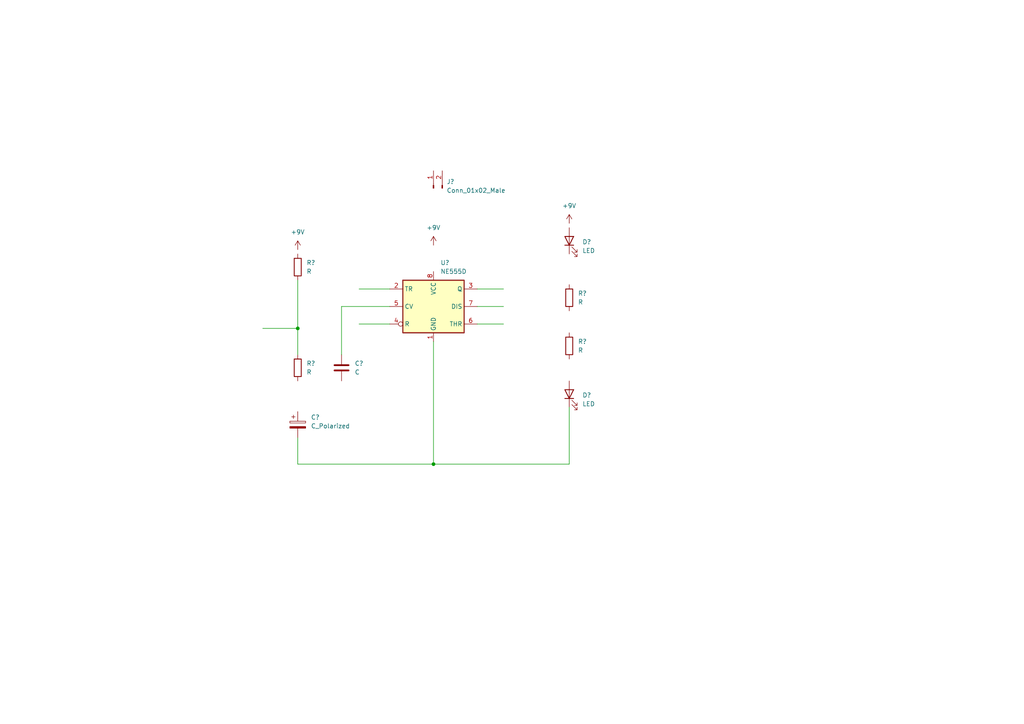
<source format=kicad_sch>
(kicad_sch (version 20211123) (generator eeschema)
  (paper "A4")
  (lib_symbols
    (symbol "Connector:Conn_01x02_Male" (pin_names (offset 1.016) hide)
      (property "Reference" "J" (at 0 2.54 0))
      (property "Value" "Conn_01x02_Male" (at 0 -5.08 0))
      (symbol "Conn_01x02_Male_1_1"
        (polyline (pts (xy 1.27 -2.54) (xy 0.8636 -2.54)) (stroke (width 0.1524)))
        (polyline (pts (xy 1.27 0) (xy 0.8636 0)) (stroke (width 0.1524)))
        (rectangle (start 0.8636 -2.413) (end 0 -2.667) (stroke (width 0.1524)) (fill (type outline)))
        (rectangle (start 0.8636 0.127) (end 0 -0.127) (stroke (width 0.1524)) (fill (type outline)))
        (pin passive line (at 5.08 0 180) (length 3.81) (name "Pin_1") (number "1"))
        (pin passive line (at 5.08 -2.54 180) (length 3.81) (name "Pin_2") (number "2"))
      )
    )
    (symbol "Device:C" (pin_numbers hide) (pin_names (offset 0.254))
      (property "Reference" "C" (at 0.635 2.54 0))
      (property "Value" "C" (at 0.635 -2.54 0))
      (symbol "C_0_1"
        (polyline (pts (xy -2.032 -0.762) (xy 2.032 -0.762)) (stroke (width 0.508)))
        (polyline (pts (xy -2.032 0.762) (xy 2.032 0.762)) (stroke (width 0.508)))
      )
      (symbol "C_1_1"
        (pin passive line (at 0 3.81 270) (length 2.794) (name "~") (number "1"))
        (pin passive line (at 0 -3.81 90) (length 2.794) (name "~") (number "2"))
      )
    )
    (symbol "Device:C_Polarized" (pin_numbers hide) (pin_names (offset 0.254))
      (property "Reference" "C" (at 0.635 2.54 0))
      (property "Value" "C_Polarized" (at 0.635 -2.54 0))
      (symbol "C_Polarized_0_1"
        (rectangle (start -2.286 0.508) (end 2.286 1.016))
        (polyline (pts (xy -1.778 2.286) (xy -0.762 2.286)))
        (polyline (pts (xy -1.27 2.794) (xy -1.27 1.778)))
        (rectangle (start 2.286 -0.508) (end -2.286 -1.016) (fill (type outline)))
      )
      (symbol "C_Polarized_1_1"
        (pin passive line (at 0 3.81 270) (length 2.794) (name "~") (number "1"))
        (pin passive line (at 0 -3.81 90) (length 2.794) (name "~") (number "2"))
      )
    )
    (symbol "Device:LED" (pin_numbers hide) (pin_names (offset 1.016) hide)
      (property "Reference" "D" (at 0 2.54 0))
      (property "Value" "LED" (at 0 -2.54 0))
      (symbol "LED_0_1"
        (polyline (pts (xy -1.27 -1.27) (xy -1.27 1.27)) (stroke (width 0.254)))
        (polyline (pts (xy -1.27 0) (xy 1.27 0)))
        (polyline (pts (xy 1.27 -1.27) (xy 1.27 1.27) (xy -1.27 0) (xy 1.27 -1.27)) (stroke (width 0.254)))
        (polyline (pts (xy -3.048 -0.762) (xy -4.572 -2.286) (xy -3.81 -2.286) (xy -4.572 -2.286) (xy -4.572 -1.524)))
        (polyline (pts (xy -1.778 -0.762) (xy -3.302 -2.286) (xy -2.54 -2.286) (xy -3.302 -2.286) (xy -3.302 -1.524)))
      )
      (symbol "LED_1_1"
        (pin passive line (at -3.81 0 0) (length 2.54) (name "K") (number "1"))
        (pin passive line (at 3.81 0 180) (length 2.54) (name "A") (number "2"))
      )
    )
    (symbol "Device:R" (pin_numbers hide) (pin_names (offset 0))
      (property "Reference" "R" (at 2.032 0 90))
      (property "Value" "R" (at 0 0 90))
      (symbol "R_0_1"
        (rectangle (start -1.016 -2.54) (end 1.016 2.54) (stroke (width 0.254)))
      )
      (symbol "R_1_1"
        (pin passive line (at 0 3.81 270) (length 1.27) (name "~") (number "1"))
        (pin passive line (at 0 -3.81 90) (length 1.27) (name "~") (number "2"))
      )
    )
    (symbol "Timer:NE555D"
      (property "Reference" "U" (at -10.16 8.89 0))
      (property "Value" "NE555D" (at 2.54 8.89 0))
      (symbol "NE555D_0_0"
        (pin power_in line (at 0 -10.16 90) (length 2.54) (name "GND") (number "1"))
        (pin power_in line (at 0 10.16 270) (length 2.54) (name "VCC") (number "8"))
      )
      (symbol "NE555D_0_1"
        (rectangle (start -8.89 -7.62) (end 8.89 7.62) (stroke (width 0.254)) (fill (type background)))
        (rectangle (start -8.89 -7.62) (end 8.89 7.62) (stroke (width 0.254)) (fill (type background)))
      )
      (symbol "NE555D_1_1"
        (pin input line (at -12.7 5.08 0) (length 3.81) (name "TR") (number "2"))
        (pin output line (at 12.7 5.08 180) (length 3.81) (name "Q") (number "3"))
        (pin input inverted (at -12.7 -5.08 0) (length 3.81) (name "R") (number "4"))
        (pin input line (at -12.7 0 0) (length 3.81) (name "CV") (number "5"))
        (pin input line (at 12.7 -5.08 180) (length 3.81) (name "THR") (number "6"))
        (pin input line (at 12.7 0 180) (length 3.81) (name "DIS") (number "7"))
      )
    )
    (symbol "power:+9V" (power) (pin_names (offset 0))
      (property "Value" "+9V" (at 0 3.556 0))
      (symbol "+9V_0_1"
        (polyline (pts (xy -0.762 1.27) (xy 0 2.54)))
        (polyline (pts (xy 0 0) (xy 0 2.54)))
        (polyline (pts (xy 0 2.54) (xy 0.762 1.27)))
      )
      (symbol "+9V_1_1"
        (pin power_in line (at 0 0 90) (length 0) hide (name "+9V") (number "1"))
      )
    )
  )
  (junction (at 125.73 134.62))
  (junction (at 86.36 95.25))
  (wire (pts (xy 104.14 93.98) (xy 113.03 93.98)))
  (wire (pts (xy 86.36 81.28) (xy 86.36 95.25)))
  (wire (pts (xy 104.14 83.82) (xy 113.03 83.82)))
  (wire (pts (xy 138.43 83.82) (xy 146.05 83.82)))
  (wire (pts (xy 125.73 134.62) (xy 86.36 134.62)))
  (wire (pts (xy 138.43 88.9) (xy 146.05 88.9)))
  (wire (pts (xy 99.06 88.9) (xy 113.03 88.9)))
  (wire (pts (xy 99.06 88.9) (xy 99.06 102.87)))
  (wire (pts (xy 76.2 95.25) (xy 86.36 95.25)))
  (wire (pts (xy 165.1 118.11) (xy 165.1 134.62)))
  (wire (pts (xy 165.1 134.62) (xy 125.73 134.62)))
  (wire (pts (xy 86.36 134.62) (xy 86.36 127)))
  (wire (pts (xy 125.73 99.06) (xy 125.73 134.62)))
  (wire (pts (xy 138.43 93.98) (xy 146.05 93.98)))
  (wire (pts (xy 86.36 95.25) (xy 86.36 102.87)))
  (symbol (lib_id "Device:C") (at 99.06 106.68 0) (unit 1)
    (property "Reference" "C?" (at 102.87 105.4099 0) (effects (justify left)))
    (property "Value" "C" (at 102.87 107.9499 0) (effects (justify left)))
  )
  (symbol (lib_id "Device:R") (at 165.1 86.36 0) (unit 1)
    (property "Reference" "R?" (at 167.64 85.0899 0) (effects (justify left)))
    (property "Value" "R" (at 167.64 87.6299 0) (effects (justify left)))
  )
  (symbol (lib_id "Device:R") (at 86.36 77.47 0) (unit 1)
    (property "Reference" "R?" (at 88.9 76.1999 0) (effects (justify left)))
    (property "Value" "R" (at 88.9 78.7399 0) (effects (justify left)))
  )
  (symbol (lib_id "Timer:NE555D") (at 125.73 88.9 0) (unit 1)
    (property "Reference" "U?" (at 127.7494 76.2 0) (effects (justify left)))
    (property "Value" "NE555D" (at 127.7494 78.74 0) (effects (justify left)))
    (property "Footprint" "Package_SO:SOIC-8_3.9x4.9mm_P1.27mm" (effects hide))
    (property "Datasheet" "http://www.ti.com/lit/ds/symlink/ne555.pdf" (effects hide))
  )
  (symbol (lib_id "Device:LED") (at 165.1 114.3 90) (unit 1)
    (property "Reference" "D?" (at 168.91 114.6174 90) (effects (justify right)))
    (property "Value" "LED" (at 168.91 117.1574 90) (effects (justify right)))
  )
  (symbol (lib_id "power:+9V") (at 125.73 71.12 0) (unit 1)
    (property "Reference" "#PWR?" (effects hide))
    (property "Value" "+9V" (at 125.73 66.04 0))
  )
  (symbol (lib_id "Device:R") (at 86.36 106.68 0) (unit 1)
    (property "Reference" "R?" (at 88.9 105.4099 0) (effects (justify left)))
    (property "Value" "R" (at 88.9 107.9499 0) (effects (justify left)))
  )
  (symbol (lib_id "power:+9V") (at 165.1 64.77 0) (unit 1)
    (property "Reference" "#PWR?" (effects hide))
    (property "Value" "+9V" (at 165.1 59.69 0))
  )
  (symbol (lib_id "Connector:Conn_01x02_Male") (at 125.73 54.61 90) (unit 1)
    (property "Reference" "J?" (at 129.54 52.7049 90) (effects (justify right)))
    (property "Value" "Conn_01x02_Male" (at 129.54 55.2449 90) (effects (justify right)))
  )
  (symbol (lib_id "Device:C_Polarized") (at 86.36 123.19 0) (unit 1)
    (property "Reference" "C?" (at 90.17 121.0309 0) (effects (justify left)))
    (property "Value" "C_Polarized" (at 90.17 123.5709 0) (effects (justify left)))
  )
  (symbol (lib_id "Device:LED") (at 165.1 69.85 90) (unit 1)
    (property "Reference" "D?" (at 168.91 70.1674 90) (effects (justify right)))
    (property "Value" "LED" (at 168.91 72.7074 90) (effects (justify right)))
  )
  (symbol (lib_id "power:+9V") (at 86.36 72.39 0) (unit 1)
    (property "Reference" "#PWR?" (effects hide))
    (property "Value" "+9V" (at 86.36 67.31 0))
  )
  (symbol (lib_id "Device:R") (at 165.1 100.33 0) (unit 1)
    (property "Reference" "R?" (at 167.64 99.0599 0) (effects (justify left)))
    (property "Value" "R" (at 167.64 101.5999 0) (effects (justify left)))
  )
)
</source>
